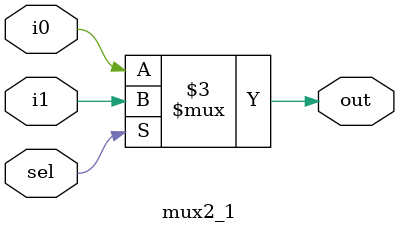
<source format=v>
module mux2_1 (
	input i0,
	input i1,
	input sel,
	output reg out
);
always@(sel, i0, i1)
	begin
		if(sel)
			out = i1;
		else
			out = i0;
	end
	
endmodule
	
</source>
